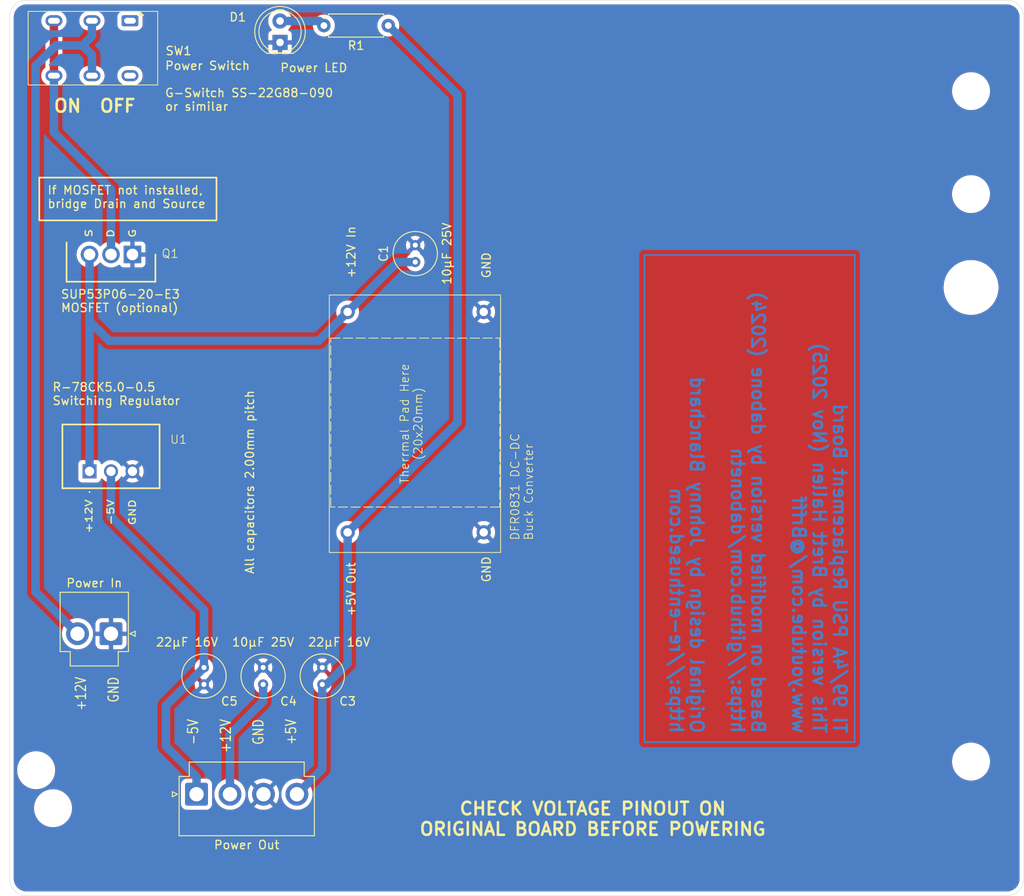
<source format=kicad_pcb>
(kicad_pcb (version 20241229) (generator "pcbnew") (generator_version "9.0")
  (title_block (title "Texas Instruments TI 99/4A PSU Replacement") (date "1/NOV/2025") (rev "A") (company "Brett Hallen") (comment 1 "www.youtube.com/@Brfff") (comment 2 "Modified design: dabonetn") (comment 3 "Original design: Johnny Blanchard"))
  (layers (0 "F.Cu" signal) (2 "B.Cu" signal) (13 "F.Paste" user) (15 "B.Paste" user) (5 "F.SilkS" user "F.Silkscreen") (7 "B.SilkS" user "B.Silkscreen") (1 "F.Mask" user) (3 "B.Mask" user) (25 "Edge.Cuts" user))
  (net 0 "")
  (net 1 "GND")
  (net 2 "+12V")
  (net 3 "+5V")
  (net 4 "-5V")
  (net 5 "Net-(J1-Pin_2)")
  (net 6 "Net-(Q1-D)")
  (net 7 "Net-(D1-A)")
  (footprint "Connector_JST:JST_VH_B2P-VH_1x02_P3.96mm_Vertical" (layer "F.Cu") (at 90 124 180)
    (property "Reference" "J1" (hide yes))
    (property "Value" "Power In" (at 1.98 6 0) (layer "F.SilkS"))
    (fp_line (start 6.02 4.91) (end -2.06 4.91) (stroke (width 0.12)) (layer "F.SilkS"))
    (fp_line (start 6.02 -2.11) (end 6.02 4.91) (stroke (width 0.12)) (layer "F.SilkS"))
    (fp_line (start 4.82 -2.11) (end 6.02 -2.11) (stroke (width 0.12)) (layer "F.SilkS"))
    (fp_line (start 4.82 -3.81) (end 4.82 -2.11) (stroke (width 0.12)) (layer "F.SilkS"))
    (fp_line (start -0.86 -2.11) (end -0.86 -3.81) (stroke (width 0.12)) (layer "F.SilkS"))
    (fp_line (start -0.86 -3.81) (end 4.82 -3.81) (stroke (width 0.12)) (layer "F.SilkS"))
    (fp_line (start -2.06 4.91) (end -2.06 -2.11) (stroke (width 0.12)) (layer "F.SilkS"))
    (fp_line (start -2.06 -2.11) (end -0.86 -2.11) (stroke (width 0.12)) (layer "F.SilkS"))
    (fp_line (start -2.26 0) (end -2.86 0.3) (stroke (width 0.12)) (layer "F.SilkS"))
    (fp_line (start -2.86 0.3) (end -2.86 -0.3) (stroke (width 0.12)) (layer "F.SilkS"))
    (fp_line (start -2.86 -0.3) (end -2.26 0) (stroke (width 0.12)) (layer "F.SilkS"))
    (pad "1" thru_hole roundrect (at 0 0 180) (size 2.7 2.7) (drill 1.7) (layers "*.Cu" "*.Mask") (roundrect_rratio 0.092593) (net 1 "GND"))
    (pad "2" thru_hole circle (at 3.96 0 180) (size 2.7 2.7) (drill 1.7) (layers "*.Cu" "*.Mask") (net 5 "Net-(J1-Pin_2)"))
  )
  (footprint "Capacitor_THT:C_Radial_D5.0mm_H5.0mm_P2.00mm" (layer "F.Cu") (at 101 130 90)
    (property "Reference" "C5" (at -2 3 180) (layer "F.SilkS"))
    (property "Value" "22µF 16V" (at 5 -2 180) (layer "F.SilkS"))
    (fp_circle (center 1 0) (end 3.62 0) (stroke (width 0.12)) (fill no) (layer "F.SilkS"))
    (pad "1" thru_hole circle (at 0 0 90) (size 1.2 1.2) (drill 0.6) (layers "*.Cu" "*.Mask") (net 1 "GND"))
    (pad "2" thru_hole circle (at 2 0 90) (size 1.2 1.2) (drill 0.6) (layers "*.Cu" "*.Mask") (net 4 "-5V"))
  )
  (footprint "Clueless_Engineer:R78CK5005" (layer "F.Cu") (at 87.46 104.775)
    (property "Reference" "U1" (at 10.54 -3.775 0) (layer "F.SilkS") (effects (font (thickness 0.1))))
    (property "Value" "R-78CK5.0-0.5" (hide yes))
    (fp_line (start -3.21 -5.55) (end -3.21 2) (stroke (width 0.2)) (layer "F.SilkS"))
    (fp_line (start -3.21 2) (end 8.29 2) (stroke (width 0.2)) (layer "F.SilkS"))
    (fp_line (start 0 2.4) (end 0 2.4) (stroke (width 0.1)) (layer "F.SilkS"))
    (fp_line (start 0 2.5) (end 0 2.5) (stroke (width 0.1)) (layer "F.SilkS"))
    (fp_line (start 8.29 -5.55) (end -3.21 -5.55) (stroke (width 0.2)) (layer "F.SilkS"))
    (fp_line (start 8.29 2) (end 8.29 -5.55) (stroke (width 0.2)) (layer "F.SilkS"))
    (fp_arc (start 0 2.4) (mid 0.05 2.45) (end 0 2.5) (stroke (width 0.1)) (layer "F.SilkS"))
    (fp_arc (start 0 2.5) (mid -0.05 2.45) (end 0 2.4) (stroke (width 0.1)) (layer "F.SilkS"))
    (pad "1" thru_hole rect (at 0 0) (size 1.665 1.665) (drill 1.11) (layers "*.Cu" "*.Mask") (net 2 "+12V"))
    (pad "2" thru_hole circle (at 2.54 0) (size 1.665 1.665) (drill 1.11) (layers "*.Cu" "*.Mask") (net 4 "-5V"))
    (pad "3" thru_hole circle (at 5.08 0) (size 1.665 1.665) (drill 1.11) (layers "*.Cu" "*.Mask") (net 1 "GND"))
  )
  (footprint "MountingHole:MountingHole_4mm" (layer "F.Cu") (at 191.76 139.138)
    (property "Reference" "H3" (hide yes))
    (property "Value" "MountingHole" (hide yes))
    (pad "" np_thru_hole circle (at 0 0) (size 4 4) (drill 4) (layers "*.Cu" "*.Mask"))
  )
  (footprint "Capacitor_THT:C_Radial_D5.0mm_H5.0mm_P2.00mm" (layer "F.Cu") (at 115 130 90)
    (property "Reference" "C3" (at -2 3 180) (layer "F.SilkS"))
    (property "Value" "22µF 16V" (at 5 2 180) (layer "F.SilkS"))
    (fp_circle (center 1 0) (end 3.62 0) (stroke (width 0.12)) (fill no) (layer "F.SilkS"))
    (pad "1" thru_hole circle (at 0 0 90) (size 1.2 1.2) (drill 0.6) (layers "*.Cu" "*.Mask") (net 3 "+5V"))
    (pad "2" thru_hole circle (at 2 0 90) (size 1.2 1.2) (drill 0.6) (layers "*.Cu" "*.Mask") (net 1 "GND"))
  )
  (footprint "LED_THT:LED_D5.0mm" (layer "F.Cu") (at 110 54 90)
    (property "Reference" "D1" (at 3 -5 180) (layer "F.SilkS"))
    (property "Value" "Power LED" (at -3 4 180) (layer "F.SilkS"))
    (fp_line (start -1.29 -1.545) (end -1.29 1.545) (stroke (width 0.12)) (layer "F.SilkS"))
    (fp_arc (start -1.29 -1.54483) (mid 2.071779 -2.880495) (end 4.26 0) (stroke (width 0.12)) (layer "F.SilkS"))
    (fp_arc (start 4.26 0) (mid 2.071779 2.880495) (end -1.29 1.54483) (stroke (width 0.12)) (layer "F.SilkS"))
    (fp_circle (center 1.27 0) (end 3.77 0) (stroke (width 0.12)) (fill no) (layer "F.SilkS"))
    (pad "1" thru_hole rect (at 0 0 90) (size 1.8 1.8) (drill 0.9) (layers "*.Cu" "*.Mask") (net 1 "GND"))
    (pad "2" thru_hole circle (at 2.54 0 90) (size 1.8 1.8) (drill 0.9) (layers "*.Cu" "*.Mask") (net 7 "Net-(D1-A)"))
  )
  (footprint "Clueless_Engineer:DFR0831" (layer "F.Cu") (at 137.831 97.38 -90)
    (property "Reference" "U2" (hide yes))
    (property "Value" "DFR0831" (hide yes))
    (fp_rect (start -13.48 1.731) (end 17 22) (stroke (width 0.1)) (fill no) (layer "F.SilkS"))
    (fp_text user "GND" (at -15.38 2.831 90) (layer "F.SilkS") (effects (justify left bottom)))
    (fp_text user "GND" (at 20.62 2.831 90) (layer "F.SilkS") (effects (justify left bottom)))
    (fp_text user "+5V Out" (at 24.62 18.831 90) (layer "F.SilkS") (effects (justify left bottom)))
    (fp_text user "+12V In" (at -15.38 18.831 90) (layer "F.SilkS") (effects (justify left bottom)))
    (pad "1" thru_hole circle (at -11.48 3.731 270) (size 1.7 1.7) (drill 1) (layers "*.Cu" "*.Mask") (net 1 "GND"))
    (pad "2" thru_hole circle (at -11.48 19.831 270) (size 1.7 1.7) (drill 1) (layers "*.Cu" "*.Mask") (net 2 "+12V"))
    (pad "3" thru_hole circle (at 14.62 3.731 270) (size 1.7 1.7) (drill 1) (layers "*.Cu" "*.Mask") (net 1 "GND"))
    (pad "4" thru_hole circle (at 14.62 19.831 270) (size 1.7 1.7) (drill 1) (layers "*.Cu" "*.Mask") (net 3 "+5V"))
  )
  (footprint "Clueless_Engineer:SS-22G88-G090 DPDT" (layer "F.Cu") (at 92.2471 51.4331 180)
    (property "Reference" "SW1" (at -5.7529 -3.5669 0) (layer "F.SilkS"))
    (property "Value" "SW_Slide_DPDT" (hide yes))
    (fp_rect (start -3.282885 -7.600678) (end 12.05 1.11) (stroke (width 0.1)) (fill no) (layer "F.SilkS"))
    (fp_poly (pts (xy -1.131098 0.63) (xy -1.131098 1.11) (xy -1.611098 0.63) (xy -1.131098 0.63)) (stroke (width 0.12)) (fill yes) (layer "F.SilkS"))
    (pad "1" thru_hole roundrect (at 0 0 180) (size 2 1.3) (drill oval 1.4 0.7) (layers "*.Cu" "*.Mask") (roundrect_rratio 0.1785714286))
    (pad "2" thru_hole oval (at 4.5 0 180) (size 2 1.3) (drill oval 1.4 0.7) (layers "*.Cu" "*.Mask") (net 5 "Net-(J1-Pin_2)"))
    (pad "3" thru_hole oval (at 9 -6.5 180) (size 2 1.3) (drill oval 1.4 0.7) (layers "*.Cu" "*.Mask") (net 6 "Net-(Q1-D)"))
    (pad "4" thru_hole oval (at 9 0 180) (size 2 1.3) (drill oval 1.4 0.7) (layers "*.Cu" "*.Mask") (net 6 "Net-(Q1-D)"))
    (pad "5" thru_hole oval (at 4.5 -6.5 180) (size 2 1.3) (drill oval 1.4 0.7) (layers "*.Cu" "*.Mask") (net 5 "Net-(J1-Pin_2)"))
    (pad "6" thru_hole oval (at 0 -6.5 180) (size 2 1.3) (drill oval 1.4 0.7) (layers "*.Cu" "*.Mask"))
  )
  (footprint "Resistor_THT:R_Axial_DIN0207_L6.3mm_D2.5mm_P7.62mm_Horizontal" (layer "F.Cu") (at 122.81 52 180)
    (property "Reference" "R1" (at 3.81 -2.37 0) (layer "F.SilkS"))
    (property "Value" "2.2KΩ" (hide yes))
    (fp_line (start 7.08 1.37) (end 7.08 1.04) (stroke (width 0.12)) (layer "F.SilkS"))
    (fp_line (start 7.08 -1.37) (end 7.08 -1.04) (stroke (width 0.12)) (layer "F.SilkS"))
    (fp_line (start 0.54 1.37) (end 7.08 1.37) (stroke (width 0.12)) (layer "F.SilkS"))
    (fp_line (start 0.54 1.04) (end 0.54 1.37) (stroke (width 0.12)) (layer "F.SilkS"))
    (fp_line (start 0.54 -1.04) (end 0.54 -1.37) (stroke (width 0.12)) (layer "F.SilkS"))
    (fp_line (start 0.54 -1.37) (end 7.08 -1.37) (stroke (width 0.12)) (layer "F.SilkS"))
    (pad "1" thru_hole circle (at 0 0 180) (size 1.6 1.6) (drill 0.8) (layers "*.Cu" "*.Mask") (net 3 "+5V"))
    (pad "2" thru_hole circle (at 7.62 0 180) (size 1.6 1.6) (drill 0.8) (layers "*.Cu" "*.Mask") (net 7 "Net-(D1-A)"))
  )
  (footprint "Capacitor_THT:C_Radial_D5.0mm_H5.0mm_P2.00mm" (layer "F.Cu") (at 126 80 90)
    (property "Reference" "C1" (at 1 -3.75 90) (layer "F.SilkS"))
    (property "Value" "10µF 25V" (at 1 3.75 90) (layer "F.SilkS"))
    (fp_circle (center 1 0) (end 3.62 0) (stroke (width 0.12)) (fill no) (layer "F.SilkS"))
    (pad "1" thru_hole circle (at 0 0 90) (size 1.2 1.2) (drill 0.6) (layers "*.Cu" "*.Mask") (net 2 "+12V"))
    (pad "2" thru_hole circle (at 2 0 90) (size 1.2 1.2) (drill 0.6) (layers "*.Cu" "*.Mask") (net 1 "GND"))
  )
  (footprint "MountingHole:MountingHole_4mm" (layer "F.Cu") (at 191.76 59.763)
    (property "Reference" "H5" (hide yes))
    (property "Value" "MountingHole" (hide yes))
    (pad "" np_thru_hole circle (at 0 0) (size 4 4) (drill 4) (layers "*.Cu" "*.Mask"))
  )
  (footprint "Capacitor_THT:C_Radial_D5.0mm_H5.0mm_P2.00mm" (layer "F.Cu") (at 108 130 90)
    (property "Reference" "C4" (at -2 3 180) (layer "F.SilkS"))
    (property "Value" "10µF 25V" (at 5 0 180) (layer "F.SilkS"))
    (fp_circle (center 1 0) (end 3.62 0) (stroke (width 0.12)) (fill no) (layer "F.SilkS"))
    (pad "1" thru_hole circle (at 0 0 90) (size 1.2 1.2) (drill 0.6) (layers "*.Cu" "*.Mask") (net 2 "+12V"))
    (pad "2" thru_hole circle (at 2 0 90) (size 1.2 1.2) (drill 0.6) (layers "*.Cu" "*.Mask") (net 1 "GND"))
  )
  (footprint "Clueless_Engineer:TO254P465X1028X1931-3P" (layer "F.Cu") (at 92.54 79.1 180)
    (property "Reference" "Q1" (at -4.46 0.1 0) (layer "F.SilkS") (effects (font (thickness 0.1))))
    (property "Value" "SUP53P06-20-E3" (hide yes))
    (fp_line (start 7.795 1.425) (end 7.795 -3.225) (stroke (width 0.2)) (layer "F.SilkS"))
    (fp_line (start 7.795 -3.225) (end -2.715 -3.225) (stroke (width 0.2)) (layer "F.SilkS"))
    (fp_line (start -2.715 -3.225) (end -2.715 0) (stroke (width 0.2)) (layer "F.SilkS"))
    (pad "1" thru_hole rect (at 0 0 180) (size 2.07 2.07) (drill 1.38) (layers "*.Cu" "*.Mask") (net 1 "GND"))
    (pad "2" thru_hole circle (at 2.54 0 180) (size 2.07 2.07) (drill 1.38) (layers "*.Cu" "*.Mask") (net 6 "Net-(Q1-D)"))
    (pad "3" thru_hole circle (at 5.08 0 180) (size 2.07 2.07) (drill 1.38) (layers "*.Cu" "*.Mask") (net 2 "+12V"))
  )
  (footprint "Connector_JST:JST_VH_B4P-VH_1x04_P3.96mm_Vertical" (layer "F.Cu") (at 100.12 143)
    (property "Reference" "J2" (hide yes))
    (property "Value" "Power Out" (at 5.94 6 0) (layer "F.SilkS"))
    (fp_line (start -2.86 -0.3) (end -2.26 0) (stroke (width 0.12)) (layer "F.SilkS"))
    (fp_line (start -2.86 0.3) (end -2.86 -0.3) (stroke (width 0.12)) (layer "F.SilkS"))
    (fp_line (start -2.26 0) (end -2.86 0.3) (stroke (width 0.12)) (layer "F.SilkS"))
    (fp_line (start -2.06 -2.11) (end -0.86 -2.11) (stroke (width 0.12)) (layer "F.SilkS"))
    (fp_line (start -2.06 4.91) (end -2.06 -2.11) (stroke (width 0.12)) (layer "F.SilkS"))
    (fp_line (start -0.86 -3.81) (end 12.74 -3.81) (stroke (width 0.12)) (layer "F.SilkS"))
    (fp_line (start -0.86 -2.11) (end -0.86 -3.81) (stroke (width 0.12)) (layer "F.SilkS"))
    (fp_line (start 12.74 -3.81) (end 12.74 -2.11) (stroke (width 0.12)) (layer "F.SilkS"))
    (fp_line (start 12.74 -2.11) (end 13.94 -2.11) (stroke (width 0.12)) (layer "F.SilkS"))
    (fp_line (start 13.94 -2.11) (end 13.94 4.91) (stroke (width 0.12)) (layer "F.SilkS"))
    (fp_line (start 13.94 4.91) (end -2.06 4.91) (stroke (width 0.12)) (layer "F.SilkS"))
    (pad "1" thru_hole roundrect (at 0 0) (size 2.7 2.7) (drill 1.7) (layers "*.Cu" "*.Mask") (roundrect_rratio 0.092593) (net 4 "-5V"))
    (pad "2" thru_hole circle (at 3.96 0) (size 2.7 2.7) (drill 1.7) (layers "*.Cu" "*.Mask") (net 2 "+12V"))
    (pad "3" thru_hole circle (at 7.92 0) (size 2.7 2.7) (drill 1.7) (layers "*.Cu" "*.Mask") (net 1 "GND"))
    (pad "4" thru_hole circle (at 11.88 0) (size 2.7 2.7) (drill 1.7) (layers "*.Cu" "*.Mask") (net 3 "+5V"))
  )
  (footprint "MountingHole:MountingHole_4mm" (layer "F.Cu") (at 83.143 144.6541)
    (property "Reference" "H2" (hide yes))
    (property "Value" "MountingHole" (hide yes))
    (pad "" np_thru_hole circle (at 0 0) (size 4 4) (drill 4) (layers "*.Cu" "*.Mask"))
  )
  (footprint "MountingHole:MountingHole_6mm" (layer "F.Cu") (at 191.76 83.004)
    (property "Reference" "H6" (hide yes))
    (property "Value" "MountingHole" (hide yes))
    (pad "" np_thru_hole circle (at 0 0) (size 6 6) (drill 6) (layers "*.Cu" "*.Mask"))
  )
  (footprint "MountingHole:MountingHole_4mm" (layer "F.Cu") (at 81.143 140.154)
    (property "Reference" "H1" (hide yes))
    (property "Value" "MountingHole" (hide yes))
    (pad "" np_thru_hole circle (at 0 0) (size 4 4) (drill 4) (layers "*.Cu" "*.Mask"))
  )
  (footprint "MountingHole:MountingHole_4mm" (layer "F.Cu") (at 191.76 71.955)
    (property "Reference" "H4" (hide yes))
    (property "Value" "MountingHole" (hide yes))
    (pad "" np_thru_hole circle (at 0 0) (size 4 4) (drill 4) (layers "*.Cu" "*.Mask"))
  )
  (gr_rect (start 116 89) (end 136 109) (stroke (width 0.1) (type dash)) (fill no) (layer "F.SilkS"))
  (gr_arc (start 80 155) (mid 78.585786 154.414214) (end 78 153) (stroke (width 0.05)) (layer "Edge.Cuts"))
  (gr_line (start 80 49) (end 196 49) (stroke (width 0.05)) (layer "Edge.Cuts"))
  (gr_line (start 198 51) (end 198 153) (stroke (width 0.05)) (layer "Edge.Cuts"))
  (gr_arc (start 78 51) (mid 78.585786 49.585786) (end 80 49) (stroke (width 0.05)) (layer "Edge.Cuts"))
  (gr_line (start 196 155) (end 80 155) (stroke (width 0.05)) (layer "Edge.Cuts"))
  (gr_line (start 78 153) (end 78 51) (stroke (width 0.05)) (layer "Edge.Cuts"))
  (gr_arc (start 196 49) (mid 197.414214 49.585786) (end 198 51) (stroke (width 0.05)) (layer "Edge.Cuts"))
  (gr_arc (start 198 153) (mid 197.414214 154.414214) (end 196 155) (stroke (width 0.05)) (layer "Edge.Cuts"))
  (gr_text "-5V\n\n+12V\n\nGND\n\n+5V" (at 112 134 90) (layer "F.SilkS") (effects (font (size 1.2 1)) (justify right bottom)))
  (gr_text "SUP53P06-20-E3\nMOSFET (optional)" (at 84 86 0) (layer "F.SilkS") (effects (font (size 1 1)) (justify left bottom)))
  (gr_text "+12V\n\nGND" (at 91 129 90) (layer "F.SilkS") (effects (font (size 1.2 1)) (justify right bottom)))
  (gr_text "DFR0831 DC-DC \nBuck Converter" (at 140 113 90) (layer "F.SilkS") (effects (font (size 1 1) (thickness 0.1)) (justify left bottom)))
  (gr_text "All capacitors 2.00mm pitch" (at 107 117 90) (layer "F.SilkS") (effects (font (size 1 1)) (justify left bottom)))
  (gr_text "CHECK VOLTAGE PINOUT ON\nORIGINAL BOARD BEFORE POWERING" (at 147 148 0) (layer "F.SilkS") (effects (font (size 1.5 1.5) (thickness 0.3) (bold yes)) (justify bottom)))
  (gr_text "ON  OFF" (at 83.09 62.39 0) (layer "F.SilkS") (effects (font (size 1.5 1.5) (thickness 0.3) (bold yes)) (justify left bottom)))
  (gr_text "Power Switch\n\nG-Switch SS-22G88-090\nor similar" (at 96.32 62.17 0) (layer "F.SilkS") (effects (font (size 1 1)) (justify left bottom)))
  (gr_text "S\n\nD\n\nG" (at 93 76 90) (layer "F.SilkS") (effects (font (size 0.8 1)) (justify right bottom)))
  (gr_text "R-78CK5.0-0.5\nSwitching Regulator" (at 83 97 0) (layer "F.SilkS") (effects (font (size 1 1)) (justify left bottom)))
  (gr_text "+12V\n\n-5V\n\nGND" (at 93 108 90) (layer "F.SilkS") (effects (font (size 0.8 1)) (justify right bottom)))
  (gr_text "Therrmal Pad Here\n(20x20mm)" (at 126.931 99.14 90) (layer "F.SilkS") (effects (font (size 1 1) (thickness 0.1)) (justify bottom)))
  (gr_text_box "TI 99/4A PSU Replacement Board\nThis version by Brett Hallen (Nov 2025)\nwww.youtube.com/@Brfff\n\nBased on modified version by dabone (2024)\nhttps://github.com/dabonetn\n\nOriginal design by Johnny Blanchard\nhttps://re-enthused.com" (start 153.112363 79.169318) (end 178 136.830681) (margins 1.0025 1.0025 1.0025 1.0025) (angle 270) (layer "B.Cu") (effects (font (size 1.5 1.5) (thickness 0.3) (bold yes)) (justify left top mirror)) (border yes) (stroke (width 0.2)))
  (gr_text_box "If MOSFET not installed,\nbridge Drain and Source" (start 81.516587 70) (end 102.483412 75.066349) (margins 1.0025 1.0025 1.0025 1.0025) (layer "F.SilkS") (effects (font (size 1 1)) (justify left top)) (border yes) (stroke (width 0.2)))
  (segment (start 123.9 80) (end 126 80) (width 1) (layer "B.Cu") (net 2))
  (segment (start 104.08 136.08) (end 104.08 143) (width 1) (layer "B.Cu") (net 2))
  (segment (start 89.78 89.32) (end 87.46 87) (width 1) (layer "B.Cu") (net 2))
  (segment (start 87.46 104.775) (end 87.46 92.65) (width 1) (layer "B.Cu") (net 2))
  (segment (start 114.58 89.32) (end 89.78 89.32) (width 1) (layer "B.Cu") (net 2))
  (segment (start 87.46 92.65) (end 87.46 87) (width 1) (layer "B.Cu") (net 2))
  (segment (start 104 136) (end 104.08 136.08) (width 1) (layer "B.Cu") (net 2))
  (segment (start 108 130) (end 108 132) (width 1) (layer "B.Cu") (net 2))
  (segment (start 87.46 87) (end 87.46 79.1) (width 1) (layer "B.Cu") (net 2))
  (segment (start 118 85.9) (end 123.9 80) (width 1) (layer "B.Cu") (net 2))
  (segment (start 118 85.9) (end 114.58 89.32) (width 1) (layer "B.Cu") (net 2))
  (segment (start 108 132) (end 104 136) (width 1) (layer "B.Cu") (net 2))
  (segment (start 131 60.19) (end 122.81 52) (width 1) (layer "B.Cu") (net 3))
  (segment (start 118 112) (end 131 99) (width 1) (layer "B.Cu") (net 3))
  (segment (start 131 99) (end 131 60.19) (width 1) (layer "B.Cu") (net 3))
  (segment (start 118 112) (end 118 127.5) (width 1) (layer "B.Cu") (net 3))
  (segment (start 118 127.5) (end 115.5 130) (width 1) (layer "B.Cu") (net 3))
  (segment (start 115 130) (end 115 140) (width 1) (layer "B.Cu") (net 3))
  (segment (start 115.5 130) (end 115 130) (width 1) (layer "B.Cu") (net 3))
  (segment (start 115 140) (end 112 143) (width 1) (layer "B.Cu") (net 3))
  (segment (start 100.12 140.93) (end 100.12 143) (width 1) (layer "B.Cu") (net 4))
  (segment (start 101 121.17) (end 89.99 110.16) (width 1) (layer "B.Cu") (net 4))
  (segment (start 101 128) (end 101 121.17) (width 1) (layer "B.Cu") (net 4))
  (segment (start 96.5 137.31) (end 100.12 140.93) (width 1) (layer "B.Cu") (net 4))
  (segment (start 90 110.15) (end 90 104.775) (width 1) (layer "B.Cu") (net 4))
  (segment (start 101 128) (end 96.5 132.5) (width 1) (layer "B.Cu") (net 4))
  (segment (start 96.5 132.5) (end 96.5 137.31) (width 1) (layer "B.Cu") (net 4))
  (segment (start 89.99 110.16) (end 90 110.15) (width 1) (layer "B.Cu") (net 4))
  (segment (start 81.08 119.04) (end 86.04 124) (width 1) (layer "B.Cu") (net 5))
  (segment (start 81.08 56.76) (end 81.08 119.04) (width 1) (layer "B.Cu") (net 5))
  (segment (start 86.63 54.35) (end 83.49 54.35) (width 1) (layer "B.Cu") (net 5))
  (segment (start 87.7471 55.4671) (end 86.63 54.35) (width 1) (layer "B.Cu") (net 5))
  (segment (start 87.7471 57.9331) (end 87.7471 55.4671) (width 1) (layer "B.Cu") (net 5))
  (segment (start 83.49 54.35) (end 81.08 56.76) (width 1) (layer "B.Cu") (net 5))
  (segment (start 87.7471 53.2329) (end 86.63 54.35) (width 1) (layer "B.Cu") (net 5))
  (segment (start 87.7471 51.4331) (end 87.7471 53.2329) (width 1) (layer "B.Cu") (net 5))
  (segment (start 83.2471 51.4331) (end 83.2471 57.9331) (width 1) (layer "F.Cu") (net 6))
  (segment (start 83.2471 64.6371) (end 83.2471 57.9331) (width 1) (layer "B.Cu") (net 6))
  (segment (start 90 71.39) (end 83.2471 64.6371) (width 1) (layer "B.Cu") (net 6))
  (segment (start 90 79.1) (end 90 71.39) (width 1) (layer "B.Cu") (net 6))
  (segment (start 114.65 51.46) (end 115.19 52) (width 1) (layer "B.Cu") (net 7))
  (segment (start 110 51.46) (end 114.65 51.46) (width 1) (layer "B.Cu") (net 7))
  (zone (net 1) (net_name "GND") (layer "F.Cu") (priority 1) (connect_pads (clearance 0.5)) (min_thickness 0.25) (fill yes (thermal_gap 0.5) (thermal_bridge_width 0.5))
    (polygon (pts (xy 78 155) (xy 78 49) (xy 198 49) (xy 198 155)))
  )
  (zone (net 1) (net_name "GND") (layer "B.Cu") (connect_pads (clearance 0.5)) (min_thickness 0.25) (fill yes (thermal_gap 0.5) (thermal_bridge_width 0.5))
    (polygon (pts (xy 78 155) (xy 78 49) (xy 198 49) (xy 198 155)))
  )
)
</source>
